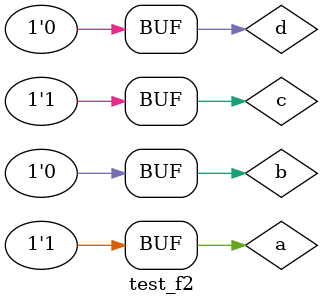
<source format=v>
module f2_and_or(O,a,b,c,d);
  output O;
  input a,b,c,d;
  wire i1,i2,not_d;
  not #(0.5) g1(not_d,d);
  and #(0.7) g2(i1,a,b,d);
  and #(0.7) g3(i2,c,not_d);
  or #(0.9) g4(O,i1,i2);
endmodule

module f2_nand(O,a,b,c,d);
  output O;
  input a,b,c,d;
  wire i1,i2,not_d;
  nand #(0.6) g1(not_d,d,d);
  nand #(0.6) g2(i1,a,b,d);
  nand #(0.6) g3(i2,c,not_d);
  nand #(0.6) g4(O,i1,i2);
endmodule

module f2_nor(O,a,b,c,d);
  output O;
  input a,b,c,d;
  wire i1,i2,i3,not_d;
  nor #(0.7) g1(not_d,d,d);
  nor #(0.7) g2(i1,not_d,a);
  nor #(0.7) g3(i2,b,not_d);
  nor #(0.7) g4(i3,c,d);
  nor #(0.7) g5(O,i1,i2,i3);
endmodule

module test_f2;
  reg a,b,c,d;
  wire O_and_or,O_nand,O_nor;
  f2_nor test_f2_nor(O_nor,a,b,c,d);
  f2_nand test_f2_nand(O_nand,a,b,c,d);
  f2_and_or test_f2_and_or(O_and_or,a,b,c,d);
  initial 
    begin
      a = 0; b = 1; c = 1; d = 0;
      #5 b = 0; d = 1;
      #5 b = 1; a = 1;
      #5 b = 0; c = 0; d = 1;
      #5 b = 1; a = 0;     
      #5 b = 0; a = 1; d = 0; c = 1;
    end
  
endmodule

</source>
